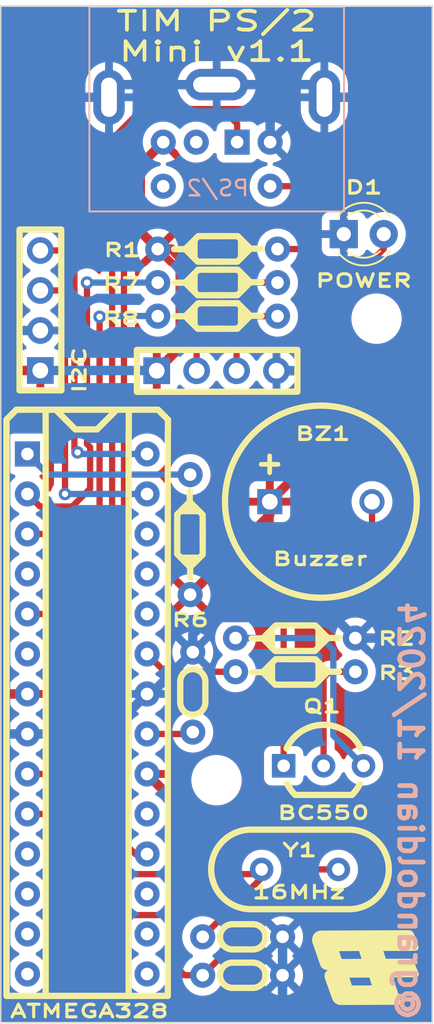
<source format=kicad_pcb>
(kicad_pcb (version 20240108) (generator "pcbnew") (generator_version "8.0")
  (layers (0 "F.Cu" signal) (31 "B.Cu" signal) (34 "B.Paste" user) (35 "F.Paste" user) (36 "B.SilkS" user "B.Silkscreen") (37 "F.SilkS" user "F.Silkscreen") (38 "B.Mask" user) (39 "F.Mask" user) (44 "Edge.Cuts" user))
  (net 0 "")
  (net 1 "+5V")
  (net 2 "GND")
  (net 3 "PS2-DATA")
  (net 4 "/AD11")
  (net 5 "/AD13")
  (net 6 "Net-(D1-A)")
  (net 7 "Net-(U4-AREF)")
  (net 9 "PS2-CLK")
  (net 11 "Net-(BZ1--)")
  (net 12 "N_SCL")
  (net 13 "Net-(U4-PB6)")
  (net 14 "Net-(U4-PB7)")
  (net 15 "ADRESET")
  (net 16 "/AD0")
  (net 17 "/AD1")
  (net 18 "/AD5")
  (net 19 "/AD7")
  (net 20 "/AD10")
  (net 21 "/AD2")
  (net 22 "/AA3")
  (net 23 "N_SDA")
  (net 24 "/AD8")
  (net 25 "/AA1")
  (net 26 "/AD6")
  (net 27 "Net-(Q1-E)")
  (net 28 "Net-(Q1-B)")
  (net 29 "/AA2")
  (net 30 "/AD9")
  (net 31 "/AD4")
  (net 32 "SOUND")
  (net 33 "N_TX")
  (net 34 "N_RX")
  (footprint "TIMPS2Key:Buzzer" (layer "F.Cu") (at 129.04 70.68)
    (property "Reference" "BZ1" (at 3.37 -4.31 0) (layer "F.SilkS") (effects (font (size 0.8 1.2) (thickness 0.2) (bold yes))))
    (property "Value" "Buzzer" (at 3.19 3.64 0) (layer "F.SilkS") (effects (font (size 0.8 1.2) (thickness 0.2) (bold yes))))
    (fp_text user "+" (at -0.01 -2.47 0) (layer "F.SilkS") (effects (font (size 1.4 1.4) (thickness 0.3) (bold yes))))
    (pad "1" thru_hole rect (at 0 0) (size 1.6 1.6) (drill 1) (layers "*.Cu" "*.Mask") (net 1 "+5V"))
    (pad "2" thru_hole circle (at 6.5 0) (size 1.6 1.6) (drill 1) (layers "*.Cu" "*.Mask") (net 11 "Net-(BZ1--)"))
  )
  (footprint "TIMPS2Key:Ceramic Cap 5.08mm" (layer "F.Cu") (at 124.14 85.31 90)
    (property "Reference" "C2" (hide yes))
    (property "Value" "100nF" (hide yes))
    (pad "1" thru_hole circle (at 0 0 90) (size 1.6 1.6) (drill 0.8) (layers "*.Cu" "*.Mask") (net 7 "Net-(U4-AREF)"))
    (pad "2" thru_hole circle (at 5.08 0 90) (size 1.6 1.6) (drill 0.8) (layers "*.Cu" "*.Mask") (net 2 "GND"))
  )
  (footprint "TIMPS2Key:PinHeader_1x04_2.54mm" (layer "F.Cu") (at 121.845 62.365 90)
    (property "Reference" "J5" (hide yes))
    (property "Value" "KBD" (hide yes))
    (pad "1" thru_hole rect (at 0 0 90) (size 1.7 1.7) (drill 1) (layers "*.Cu" "*.Mask") (net 1 "+5V"))
    (pad "2" thru_hole oval (at 0 2.54 90) (size 1.7 1.7) (drill 1) (layers "*.Cu" "*.Mask") (net 34 "N_RX"))
    (pad "3" thru_hole oval (at 0 5.08 90) (size 1.7 1.7) (drill 1) (layers "*.Cu" "*.Mask") (net 33 "N_TX"))
    (pad "4" thru_hole oval (at 0 7.62 90) (size 1.7 1.7) (drill 1) (layers "*.Cu" "*.Mask") (net 2 "GND"))
  )
  (footprint "TIMPS2Key:TO-92_Inline_Wide" (layer "F.Cu") (at 129.92 87.45)
    (property "Reference" "Q1" (at 2.43 -3.77 0) (layer "F.SilkS") (effects (font (size 0.8 1.2) (thickness 0.2) (bold yes))))
    (property "Value" "BC550" (at 2.53 2.99 0) (layer "F.SilkS") (effects (font (size 0.8 1.2) (thickness 0.2) (bold yes))))
    (pad "1" thru_hole rect (at 0 0) (size 1.5 1.5) (drill 0.8) (layers "*.Cu" "*.Mask") (net 11 "Net-(BZ1--)"))
    (pad "2" thru_hole circle (at 2.54 0) (size 1.5 1.5) (drill 0.8) (layers "*.Cu" "*.Mask") (net 28 "Net-(Q1-B)"))
    (pad "3" thru_hole circle (at 5.08 0) (size 1.5 1.5) (drill 0.8) (layers "*.Cu" "*.Mask") (net 27 "Net-(Q1-E)"))
  )
  (footprint "TIMPS2Key:Crystal_HC49-U_Vertical" (layer "F.Cu") (at 128.52 94.03)
    (property "Reference" "Y1" (at 2.42 -1.22 0) (layer "F.SilkS") (effects (font (size 0.8 1.2) (thickness 0.2) (bold yes))))
    (property "Value" "16MHz" (at 2.36 1.45 0) (layer "F.SilkS") (effects (font (size 0.8 1.2) (thickness 0.2) (bold yes))))
    (pad "1" thru_hole circle (at 0 0) (size 1.5 1.5) (drill 0.8) (layers "*.Cu" "*.Mask") (net 13 "Net-(U4-PB6)"))
    (pad "2" thru_hole circle (at 4.88 0) (size 1.5 1.5) (drill 0.8) (layers "*.Cu" "*.Mask") (net 14 "Net-(U4-PB7)"))
  )
  (footprint "LED_THT:LED_D3.0mm" (layer "F.Cu") (at 133.745 53.69)
    (property "Reference" "D1" (at 1.27 -2.96 0) (layer "F.SilkS") (effects (font (size 0.8 1.2) (thickness 0.2) (bold yes))))
    (property "Value" "POWER" (at 1.27 2.96 0) (layer "F.SilkS") (effects (font (size 0.8 1.2) (thickness 0.2) (bold yes))))
    (pad "1" thru_hole rect (at 0 0) (size 1.8 1.8) (drill 0.9) (layers "*.Cu" "*.Mask") (net 2 "GND"))
    (pad "2" thru_hole circle (at 2.54 0) (size 1.8 1.8) (drill 0.9) (layers "*.Cu" "*.Mask") (net 6 "Net-(D1-A)"))
  )
  (footprint "TIMPS2Key:MountingHole_M2.5" (layer "F.Cu") (at 125.65 88.365)
    (property "Reference" "H9" (hide yes))
    (property "Value" "MountingHole" (hide yes))
    (pad "" np_thru_hole circle (at 0 0) (size 2.7 2.7) (drill 2.7) (layers "*.Cu" "*.Mask"))
  )
  (footprint "TIMPS2Key:Resistor 7.62mm" (layer "F.Cu") (at 121.91 54.64)
    (property "Reference" "R1" (at -2.26 0.07 180) (layer "F.SilkS") (effects (font (size 0.8 1.2) (thickness 0.2) (bold yes))))
    (property "Value" "1K" (hide yes))
    (pad "1" thru_hole circle (at 0 0) (size 1.6 1.6) (drill 0.8) (layers "*.Cu" "*.Mask") (net 1 "+5V"))
    (pad "2" thru_hole oval (at 7.62 0) (size 1.6 1.6) (drill 0.8) (layers "*.Cu" "*.Mask") (net 6 "Net-(D1-A)"))
  )
  (footprint "TIMPS2Key:Ceramic Cap 5.08mm" (layer "F.Cu") (at 124.77 98.31)
    (property "Reference" "C9" (hide yes))
    (property "Value" "20pF" (hide yes))
    (pad "1" thru_hole circle (at 0 0) (size 1.6 1.6) (drill 0.8) (layers "*.Cu" "*.Mask") (net 13 "Net-(U4-PB6)"))
    (pad "2" thru_hole circle (at 5.08 0) (size 1.6 1.6) (drill 0.8) (layers "*.Cu" "*.Mask") (net 2 "GND"))
  )
  (footprint "TIMPS2Key:Resistor 7.62mm" (layer "F.Cu") (at 134.48 79.34 180)
    (property "Reference" "R2" (at -2.62 -0.04 0) (layer "F.SilkS") (effects (font (size 0.8 1.2) (thickness 0.2) (bold yes))))
    (property "Value" "10R" (hide yes))
    (pad "1" thru_hole circle (at 0 0 180) (size 1.6 1.6) (drill 0.8) (layers "*.Cu" "*.Mask") (net 2 "GND"))
    (pad "2" thru_hole oval (at 7.62 0 180) (size 1.6 1.6) (drill 0.8) (layers "*.Cu" "*.Mask") (net 27 "Net-(Q1-E)"))
  )
  (footprint "TIMPS2Key:DIP-28_W7.62mm_Socket" (layer "F.Cu") (at 113.61 67.67)
    (property "Reference" "U4" (hide yes))
    (property "Value" "ATMEGA328" (at 3.95 35.36 0) (layer "F.SilkS") (effects (font (size 0.8 1.2) (thickness 0.2) (bold yes))))
    (pad "1" thru_hole rect (at 0.01 -0.02) (size 1.6 1.6) (drill 0.8) (layers "*.Cu" "*.Mask") (net 15 "ADRESET"))
    (pad "2" thru_hole oval (at 0.01 2.52) (size 1.6 1.6) (drill 0.8) (layers "*.Cu" "*.Mask") (net 16 "/AD0"))
    (pad "3" thru_hole oval (at 0.01 5.06) (size 1.6 1.6) (drill 0.8) (layers "*.Cu" "*.Mask") (net 17 "/AD1"))
    (pad "4" thru_hole oval (at 0.01 7.6) (size 1.6 1.6) (drill 0.8) (layers "*.Cu" "*.Mask") (net 21 "/AD2"))
    (pad "5" thru_hole oval (at 0.01 10.14) (size 1.6 1.6) (drill 0.8) (layers "*.Cu" "*.Mask") (net 9 "PS2-CLK"))
    (pad "6" thru_hole oval (at 0.01 12.68) (size 1.6 1.6) (drill 0.8) (layers "*.Cu" "*.Mask") (net 31 "/AD4"))
    (pad "7" thru_hole oval (at 0.01 15.22) (size 1.6 1.6) (drill 0.8) (layers "*.Cu" "*.Mask") (net 1 "+5V"))
    (pad "8" thru_hole oval (at 0.01 17.76) (size 1.6 1.6) (drill 0.8) (layers "*.Cu" "*.Mask") (net 2 "GND"))
    (pad "9" thru_hole oval (at 0.01 20.3) (size 1.6 1.6) (drill 0.8) (layers "*.Cu" "*.Mask") (net 13 "Net-(U4-PB6)"))
    (pad "10" thru_hole oval (at 0.01 22.84) (size 1.6 1.6) (drill 0.8) (layers "*.Cu" "*.Mask") (net 14 "Net-(U4-PB7)"))
    (pad "11" thru_hole oval (at 0.01 25.38) (size 1.6 1.6) (drill 0.8) (layers "*.Cu" "*.Mask") (net 18 "/AD5"))
    (pad "12" thru_hole oval (at 0.01 27.92) (size 1.6 1.6) (drill 0.8) (layers "*.Cu" "*.Mask") (net 26 "/AD6"))
    (pad "13" thru_hole oval (at 0.01 30.46) (size 1.6 1.6) (drill 0.8) (layers "*.Cu" "*.Mask") (net 19 "/AD7"))
    (pad "14" thru_hole oval (at 0.01 33) (size 1.6 1.6) (drill 0.8) (layers "*.Cu" "*.Mask") (net 24 "/AD8"))
    (pad "15" thru_hole oval (at 7.62 33) (size 1.6 1.6) (drill 0.8) (layers "*.Cu" "*.Mask") (net 30 "/AD9"))
    (pad "16" thru_hole oval (at 7.62 30.46) (size 1.6 1.6) (drill 0.8) (layers "*.Cu" "*.Mask") (net 20 "/AD10"))
    (pad "17" thru_hole oval (at 7.62 27.92) (size 1.6 1.6) (drill 0.8) (layers "*.Cu" "*.Mask") (net 4 "/AD11"))
    (pad "18" thru_hole oval (at 7.62 25.38) (size 1.6 1.6) (drill 0.8) (layers "*.Cu" "*.Mask") (net 3 "PS2-DATA"))
    (pad "19" thru_hole oval (at 7.62 22.84) (size 1.6 1.6) (drill 0.8) (layers "*.Cu" "*.Mask") (net 5 "/AD13"))
    (pad "20" thru_hole oval (at 7.62 20.3) (size 1.6 1.6) (drill 0.8) (layers "*.Cu" "*.Mask") (net 1 "+5V"))
    (pad "21" thru_hole oval (at 7.62 17.76) (size 1.6 1.6) (drill 0.8) (layers "*.Cu" "*.Mask") (net 7 "Net-(U4-AREF)"))
    (pad "22" thru_hole oval (at 7.62 15.22) (size 1.6 1.6) (drill 0.8) (layers "*.Cu" "*.Mask") (net 2 "GND"))
    (pad "23" thru_hole oval (at 7.62 12.68) (size 1.6 1.6) (drill 0.8) (layers "*.Cu" "*.Mask") (net 32 "SOUND"))
    (pad "24" thru_hole oval (at 7.62 10.14) (size 1.6 1.6) (drill 0.8) (layers "*.Cu" "*.Mask") (net 25 "/AA1"))
    (pad "25" thru_hole oval (at 7.62 7.6) (size 1.6 1.6) (drill 0.8) (layers "*.Cu" "*.Mask") (net 29 "/AA2"))
    (pad "26" thru_hole oval (at 7.62 5.06) (size 1.6 1.6) (drill 0.8) (layers "*.Cu" "*.Mask") (net 22 "/AA3"))
    (pad "27" thru_hole oval (at 7.62 2.52) (size 1.6 1.6) (drill 0.8) (layers "*.Cu" "*.Mask") (net 23 "N_SDA"))
    (pad "28" thru_hole oval (at 7.62 -0.02) (size 1.6 1.6) (drill 0.8) (layers "*.Cu" "*.Mask") (net 12 "N_SCL"))
  )
  (footprint "TIMPS2Key:Resistor 7.62mm" (layer "F.Cu") (at 121.91 58.9)
    (property "Reference" "R8" (at -2.35 0.17 180) (layer "F.SilkS") (effects (font (size 0.8 1.2) (thickness 0.2) (bold yes))))
    (property "Value" "1K" (hide yes))
    (pad "1" thru_hole circle (at 0 0) (size 1.6 1.6) (drill 0.8) (layers "*.Cu" "*.Mask") (net 17 "/AD1"))
    (pad "2" thru_hole oval (at 7.62 0) (size 1.6 1.6) (drill 0.8) (layers "*.Cu" "*.Mask") (net 33 "N_TX"))
  )
  (footprint "TIMPS2Key:MountingHole_M2.5" (layer "F.Cu") (at 135.83 59.06)
    (property "Reference" "H3" (hide yes))
    (property "Value" "MountingHole" (hide yes))
    (pad "" np_thru_hole circle (at 0 0) (size 2.7 2.7) (drill 2.7) (layers "*.Cu" "*.Mask"))
  )
  (footprint "TIMPS2Key:PinHeader_1x04_2.54mm" (layer "F.Cu") (at 114.44 62.35 180)
    (property "Reference" "J4" (hide yes))
    (property "Value" "I2C" (at -2.49 0.02 90) (layer "F.SilkS") (effects (font (size 0.8 1.2) (thickness 0.2) (bold yes))))
    (pad "1" thru_hole rect (at 0 0 180) (size 1.7 1.7) (drill 1) (layers "*.Cu" "*.Mask") (net 1 "+5V"))
    (pad "2" thru_hole oval (at 0 2.54 180) (size 1.7 1.7) (drill 1) (layers "*.Cu" "*.Mask") (net 2 "GND"))
    (pad "3" thru_hole oval (at 0 5.08 180) (size 1.7 1.7) (drill 1) (layers "*.Cu" "*.Mask") (net 23 "N_SDA"))
    (pad "4" thru_hole oval (at 0 7.62 180) (size 1.7 1.7) (drill 1) (layers "*.Cu" "*.Mask") (net 12 "N_SCL"))
  )
  (footprint "TIMPS2Key:Ceramic Cap 5.08mm" (layer "F.Cu") (at 124.77 100.75)
    (property "Reference" "C10" (hide yes))
    (property "Value" "20pF" (hide yes))
    (pad "1" thru_hole circle (at 0 0) (size 1.6 1.6) (drill 0.8) (layers "*.Cu" "*.Mask") (net 14 "Net-(U4-PB7)"))
    (pad "2" thru_hole circle (at 5.08 0) (size 1.6 1.6) (drill 0.8) (layers "*.Cu" "*.Mask") (net 2 "GND"))
  )
  (footprint "TIMPS2Key:Resistor 7.62mm" (layer "F.Cu") (at 121.91 56.77)
    (property "Reference" "R7" (at -2.32 0.13 180) (layer "F.SilkS") (effects (font (size 0.8 1.2) (thickness 0.2) (bold yes))))
    (property "Value" "1K" (hide yes))
    (pad "1" thru_hole circle (at 0 0) (size 1.6 1.6) (drill 0.8) (layers "*.Cu" "*.Mask") (net 16 "/AD0"))
    (pad "2" thru_hole oval (at 7.62 0) (size 1.6 1.6) (drill 0.8) (layers "*.Cu" "*.Mask") (net 34 "N_RX"))
  )
  (footprint "TIMPS2Key:Resistor 7.62mm" (layer "F.Cu") (at 123.97 76.58 90)
    (property "Reference" "R6" (at -1.62 0.01 180) (layer "F.SilkS") (effects (font (size 0.8 1.2) (thickness 0.2) (bold yes))))
    (property "Value" "10K" (hide yes))
    (pad "1" thru_hole circle (at 0 0 90) (size 1.6 1.6) (drill 0.8) (layers "*.Cu" "*.Mask") (net 1 "+5V"))
    (pad "2" thru_hole oval (at 7.62 0 90) (size 1.6 1.6) (drill 0.8) (layers "*.Cu" "*.Mask") (net 15 "ADRESET"))
  )
  (footprint "TIMPS2Key:Resistor 7.62mm" (layer "F.Cu") (at 134.48 81.48 180)
    (property "Reference" "R3" (at -2.64 -0.08 0) (layer "F.SilkS") (effects (font (size 0.8 1.2) (thickness 0.2) (bold yes))))
    (property "Value" "150R" (hide yes))
    (pad "1" thru_hole circle (at 0 0 180) (size 1.6 1.6) (drill 0.8) (layers "*.Cu" "*.Mask") (net 28 "Net-(Q1-B)"))
    (pad "2" thru_hole oval (at 7.62 0 180) (size 1.6 1.6) (drill 0.8) (layers "*.Cu" "*.Mask") (net 32 "SOUND"))
  )
  (footprint "TIMPS2Key:BF8" (layer "F.Cu") (at 135.19 100.33)
    (property "Reference" "G1" (hide yes))
    (property "Value" "Board Folk Logo" (hide yes))
  )
  (footprint "Arduino:Connector_Mini-DIN_Female_6Pin_2rows" (layer "B.Cu") (at 126.96 47.85)
    (property "Reference" "J2" (hide yes))
    (property "Value" "PS/2" (at -1.235 2.925 0) (layer "B.SilkS") (effects (justify mirror)))
    (pad "1" thru_hole rect (at 0 0) (size 1.6 1.6) (drill 0.8) (layers "*.Cu" "*.Mask") (net 3 "PS2-DATA"))
    (pad "2" thru_hole circle (at -2.6 0) (size 1.6 1.6) (drill 0.8) (layers "*.Cu" "*.Mask"))
    (pad "3" thru_hole circle (at 2.1 0) (size 1.6 1.6) (drill 0.8) (layers "*.Cu" "*.Mask") (net 2 "GND"))
    (pad "4" thru_hole circle (at -4.7 0) (size 1.6 1.6) (drill 0.8) (layers "*.Cu" "*.Mask") (net 1 "+5V"))
    (pad "5" thru_hole circle (at 2.1 2.8) (size 1.6 1.6) (drill 0.8) (layers "*.Cu" "*.Mask") (net 9 "PS2-CLK"))
    (pad "6" thru_hole circle (at -4.7 2.8) (size 1.6 1.6) (drill 0.8) (layers "*.Cu" "*.Mask"))
    (pad "7" thru_hole oval (at -8.15 -2.85) (size 2 3.5) (drill oval 1 2.5) (layers "*.Cu" "*.Mask") (net 2 "GND"))
    (pad "7" thru_hole oval (at -1.3 -3.65) (size 4 2) (drill oval 3 1) (layers "*.Cu" "*.Mask") (net 2 "GND"))
    (pad "7" thru_hole oval (at 5.55 -2.85) (size 2 3.5) (drill oval 1 2.5) (layers "*.Cu" "*.Mask") (net 2 "GND"))
  )
  (gr_rect (start 111.925 39.21) (end 139.375 103.76) (stroke (width 0.1)) (fill none) (layer "Edge.Cuts"))
  (gr_text "@grandoldian 11/2024" (at 137.1 103.76 -90) (layer "B.SilkS") (effects (font (size 1.5 1.5) (thickness 0.3) (bold yes)) (justify left bottom mirror)))
  (gr_text "TIM PS/2\nMini v1.1" (at 125.65 42.8 0) (layer "F.SilkS") (effects (font (size 1.2 1.8) (thickness 0.24)) (justify bottom)))
  (segment (start 139.04 90.265) (end 139.075 90.3) (width 0.6) (layer "F.Cu") (net 1))
  (segment (start 112.225 103.46) (end 139.075 103.46) (width 0.6) (layer "F.Cu") (net 1))
  (segment (start 129.04 70.68) (end 130.72 69) (width 0.6) (layer "F.Cu") (net 1))
  (segment (start 112.225 83.03) (end 112.225 103.46) (width 0.6) (layer "F.Cu") (net 1))
  (segment (start 120.8 53.53) (end 120.8 49.31) (width 0.6) (layer "F.Cu") (net 1))
  (segment (start 112.225 62.35) (end 112.225 83.03) (width 0.6) (layer "F.Cu") (net 1))
  (segment (start 139.075 69) (end 139.075 44.495) (width 0.6) (layer "F.Cu") (net 1))
  (segment (start 121.845 62.365) (end 123.34 60.87) (width 0.6) (layer "F.Cu") (net 1))
  (segment (start 114.455 62.365) (end 114.44 62.35) (width 0.6) (layer "F.Cu") (net 1))
  (segment (start 139.075 90.3) (end 139.075 69) (width 0.6) (layer "F.Cu") (net 1))
  (segment (start 121.91 54.64) (end 120.8 53.53) (width 0.6) (layer "F.Cu") (net 1))
  (segment (start 121.91 54.64) (end 122.78 54.64) (width 0.6) (layer "F.Cu") (net 1))
  (segment (start 123.97 76.58) (end 129.04 71.51) (width 0.6) (layer "F.Cu") (net 1))
  (segment (start 139.075 39.51) (end 139.075 43.67) (width 0.6) (layer "F.Cu") (net 1))
  (segment (start 130.72 69) (end 139.075 69) (width 0.6) (layer "F.Cu") (net 1))
  (segment (start 123.525 90.265) (end 139.04 90.265) (width 0.6) (layer "F.Cu") (net 1))
  (segment (start 113.62 82.89) (end 112.365 82.89) (width 0.6) (layer "F.Cu") (net 1))
  (segment (start 123.34 60.87) (end 123.34 55.2) (width 0.6) (layer "F.Cu") (net 1))
  (segment (start 122.78 54.64) (end 123.34 55.2) (width 0.6) (layer "F.Cu") (net 1))
  (segment (start 139.075 43.67) (end 139.075 46.01) (width 0.6) (layer "F.Cu") (net 1))
  (segment (start 121.23 87.97) (end 123.525 90.265) (width 0.6) (layer "F.Cu") (net 1))
  (segment (start 139.075 103.46) (end 139.075 90.3) (width 0.6) (layer "F.Cu") (net 1))
  (segment (start 112.225 62.35) (end 112.225 39.51) (width 0.6) (layer "F.Cu") (net 1))
  (segment (start 129.04 71.51) (end 129.04 70.68) (width 0.6) (layer "F.Cu") (net 1))
  (segment (start 114.44 62.35) (end 112.225 62.35) (width 0.6) (layer "F.Cu") (net 1))
  (segment (start 120.8 49.31) (end 122.26 47.85) (width 0.6) (layer "F.Cu") (net 1))
  (segment (start 139.065 43.66) (end 139.075 43.67) (width 0.6) (layer "F.Cu") (net 1))
  (segment (start 112.225 39.51) (end 139.075 39.51) (width 0.6) (layer "F.Cu") (net 1))
  (segment (start 112.365 82.89) (end 112.225 83.03) (width 0.6) (layer "F.Cu") (net 1))
  (segment (start 114.44 62.35) (end 121.83 62.35) (width 0.6) (layer "B.Cu") (net 1))
  (segment (start 121.83 62.35) (end 121.845 62.365) (width 0.6) (layer "B.Cu") (net 1))
  (segment (start 114.44 59.81) (end 112.255 59.81) (width 0.6) (layer "B.Cu") (net 2))
  (segment (start 129.06 47.85) (end 129.06 44.21) (width 0.6) (layer "B.Cu") (net 2))
  (segment (start 119.61 44.2) (end 118.81 45) (width 0.6) (layer "B.Cu") (net 2))
  (segment (start 129.06 44.21) (end 129.05 44.2) (width 0.6) (layer "B.Cu") (net 2))
  (segment (start 125.66 44.2) (end 129.05 44.2) (width 0.6) (layer "B.Cu") (net 2))
  (segment (start 129.85 98.31) (end 129.85 100.75) (width 0.6) (layer "B.Cu") (net 2))
  (segment (start 139.075 51.72) (end 139.075 47.185) (width 0.6) (layer "B.Cu") (net 2))
  (segment (start 129.74 103.46) (end 139.075 103.46) (width 0.6) (layer "B.Cu") (net 2))
  (segment (start 131.71 44.2) (end 132.51 45) (width 0.6) (layer "B.Cu") (net 2))
  (segment (start 129.85 103.35) (end 129.74 103.46) (width 0.6) (layer "B.Cu") (net 2))
  (segment (start 124.14 80.23) (end 124.14 79.09863) (width 0.6) (layer "B.Cu") (net 2))
  (segment (start 134.08 51.69) (end 133.745 52.025) (width 0.4) (layer "B.Cu") (net 2))
  (segment (start 136.89 45) (end 132.51 45) (width 0.6) (layer "B.Cu") (net 2))
  (segment (start 139.075 79.11) (end 139.075 62.28) (width 0.6) (layer "B.Cu") (net 2))
  (segment (start 134.48 79.34) (end 138.845 79.34) (width 0.6) (layer "B.Cu") (net 2))
  (segment (start 112.225 59.78) (end 112.225 47.36) (width 0.6) (layer "B.Cu") (net 2))
  (segment (start 138.845 79.34) (end 139.075 79.11) (width 0.6) (layer "B.Cu") (net 2))
  (segment (start 129.85 100.75) (end 129.85 103.35) (width 0.6) (layer "B.Cu") (net 2))
  (segment (start 129.465 62.365) (end 138.99 62.365) (width 0.6) (layer "B.Cu") (net 2))
  (segment (start 134.08 51.69) (end 139.045 51.69) (width 0.4) (layer "B.Cu") (net 2))
  (segment (start 139.075 103.46) (end 139.075 79.11) (width 0.6) (layer "B.Cu") (net 2))
  (segment (start 125.66 44.2) (end 119.61 44.2) (width 0.6) (layer "B.Cu") (net 2))
  (segment (start 112.225 47.36) (end 114.585 45) (width 0.6) (layer "B.Cu") (net 2))
  (segment (start 113.62 85.43) (end 112.295 85.43) (width 0.6) (layer "B.Cu") (net 2))
  (segment (start 121.48 82.89) (end 124.14 80.23) (width 0.6) (layer "B.Cu") (net 2))
  (segment (start 124.14 79.09863) (end 125.19863 78.04) (width 0.6) (layer "B.Cu") (net 2))
  (segment (start 133.745 52.025) (end 133.745 53.69) (width 0.4) (layer "B.Cu") (net 2))
  (segment (start 133.18 78.04) (end 134.48 79.34) (width 0.6) (layer "B.Cu") (net 2))
  (segment (start 112.225 85.5) (end 112.225 103.46) (width 0.6) (layer "B.Cu") (net 2))
  (segment (start 125.19863 78.04) (end 133.18 78.04) (width 0.6) (layer "B.Cu") (net 2))
  (segment (start 139.075 47.185) (end 136.89 45) (width 0.6) (layer "B.Cu") (net 2))
  (segment (start 114.585 45) (end 118.81 45) (width 0.6) (layer "B.Cu") (net 2))
  (segment (start 139.045 51.69) (end 139.075 51.72) (width 0.4) (layer "B.Cu") (net 2))
  (segment (start 118.69 85.43) (end 121.23 82.89) (width 0.6) (layer "B.Cu") (net 2))
  (segment (start 121.23 82.89) (end 121.48 82.89) (width 0.6) (layer "B.Cu") (net 2))
  (segment (start 112.225 103.46) (end 129.74 103.46) (width 0.6) (layer "B.Cu") (net 2))
  (segment (start 129.05 44.2) (end 131.71 44.2) (width 0.6) (layer "B.Cu") (net 2))
  (segment (start 112.225 59.78) (end 112.225 90.57) (width 0.6) (layer "B.Cu") (net 2))
  (segment (start 112.255 59.81) (end 112.225 59.78) (width 0.6) (layer "B.Cu") (net 2))
  (segment (start 138.99 62.365) (end 139.075 62.28) (width 0.6) (layer "B.Cu") (net 2))
  (segment (start 112.295 85.43) (end 112.225 85.5) (width 0.6) (layer "B.Cu") (net 2))
  (segment (start 113.62 85.43) (end 118.69 85.43) (width 0.6) (layer "B.Cu") (net 2))
  (segment (start 139.075 62.28) (end 139.075 51.72) (width 0.6) (layer "B.Cu") (net 2))
  (segment (start 121.35 46.35) (end 126.625 46.35) (width 0.4) (layer "F.Cu") (net 3))
  (segment (start 120.48 93.05) (end 119.76 92.33) (width 0.4) (layer "F.Cu") (net 3))
  (segment (start 121.23 93.05) (end 120.48 93.05) (width 0.4) (layer "F.Cu") (net 3))
  (segment (start 119.76 47.94) (end 121.35 46.35) (width 0.4) (layer "F.Cu") (net 3))
  (segment (start 126.625 46.35) (end 126.96 46.685) (width 0.4) (layer "F.Cu") (net 3))
  (segment (start 119.76 92.33) (end 119.76 47.94) (width 0.4) (layer "F.Cu") (net 3))
  (segment (start 126.96 46.685) (end 126.96 47.85) (width 0.4) (layer "F.Cu") (net 3))
  (segment (start 131.19 54.64) (end 132.02 55.47) (width 0.4) (layer "F.Cu") (net 6))
  (segment (start 136.285 53.69) (end 136.285 54.635) (width 0.4) (layer "F.Cu") (net 6))
  (segment (start 132.02 55.47) (end 135.45 55.47) (width 0.4) (layer "F.Cu") (net 6))
  (segment (start 136.285 54.635) (end 135.45 55.47) (width 0.4) (layer "F.Cu") (net 6))
  (segment (start 129.53 54.64) (end 131.19 54.64) (width 0.4) (layer "F.Cu") (net 6))
  (segment (start 124.02 85.43) (end 124.14 85.31) (width 0.4) (layer "F.Cu") (net 7))
  (segment (start 121.23 85.43) (end 124.02 85.43) (width 0.4) (layer "F.Cu") (net 7))
  (segment (start 118.27 77.81) (end 119.01 77.07) (width 0.4) (layer "F.Cu") (net 9))
  (segment (start 119.01 47.665) (end 120.925 45.75) (width 0.4) (layer "F.Cu") (net 9))
  (segment (start 131.125 50.1) (end 130.575 50.65) (width 0.4) (layer "F.Cu") (net 9))
  (segment (start 113.62 77.81) (end 118.27 77.81) (width 0.4) (layer "F.Cu") (net 9))
  (segment (start 120.925 45.75) (end 129.475 45.75) (width 0.4) (layer "F.Cu") (net 9))
  (segment (start 130.575 50.65) (end 129.06 50.65) (width 0.4) (layer "F.Cu") (net 9))
  (segment (start 131.125 47.4) (end 131.125 50.1) (width 0.4) (layer "F.Cu") (net 9))
  (segment (start 119.01 77.07) (end 119.01 47.665) (width 0.4) (layer "F.Cu") (net 9))
  (segment (start 129.475 45.75) (end 131.125 47.4) (width 0.4) (layer "F.Cu") (net 9))
  (segment (start 135.54 72.22) (end 135.54 70.68) (width 0.4) (layer "F.Cu") (net 11))
  (segment (start 135.15 72.61) (end 135.54 72.22) (width 0.4) (layer "F.Cu") (net 11))
  (segment (start 129.92 75.26) (end 132.54 72.64) (width 0.4) (layer "F.Cu") (net 11))
  (segment (start 132.54 72.64) (end 135.15 72.64) (width 0.4) (layer "F.Cu") (net 11))
  (segment (start 129.92 87.45) (end 129.92 75.26) (width 0.4) (layer "F.Cu") (net 11))
  (segment (start 135.15 72.64) (end 135.15 72.61) (width 0.4) (layer "F.Cu") (net 11))
  (segment (start 115.95 54.73) (end 116.43 55.21) (width 0.4) (layer "F.Cu") (net 12))
  (segment (start 116.61 55.39) (end 116.61 58.43) (width 0.4) (layer "F.Cu") (net 12))
  (segment (start 116.61 67.35) (end 116.81 67.55) (width 0.4) (layer "F.Cu") (net 12))
  (segment (start 114.44 54.73) (end 115.95 54.73) (width 0.4) (layer "F.Cu") (net 12))
  (segment (start 116.61 58.43) (end 116.61 67.35) (width 0.4) (layer "F.Cu") (net 12))
  (segment (start 116.43 55.21) (end 116.61 55.39) (width 0.4) (layer "F.Cu") (net 12))
  (via (at 116.81 67.55) (size 0.8) (drill 0.4) (layers "F.Cu" "B.Cu") (net 12))
  (segment (start 116.91 67.65) (end 121.23 67.65) (width 0.4) (layer "B.Cu") (net 12))
  (segment (start 116.81 67.55) (end 116.91 67.65) (width 0.4) (layer "B.Cu") (net 12))
  (segment (start 124.77 98.31) (end 128.52 94.56) (width 0.4) (layer "F.Cu") (net 13))
  (segment (start 117.1 87.97) (end 113.62 87.97) (width 0.4) (layer "F.Cu") (net 13))
  (segment (start 119.32 94.33) (end 118.21 93.22) (width 0.4) (layer "F.Cu") (net 13))
  (segment (start 118.21 89.08) (end 117.1 87.97) (width 0.4) (layer "F.Cu") (net 13))
  (segment (start 128.22 94.33) (end 119.32 94.33) (width 0.4) (layer "F.Cu") (net 13))
  (segment (start 128.52 94.56) (end 128.52 94.03) (width 0.4) (layer "F.Cu") (net 13))
  (segment (start 128.52 94.03) (end 128.22 94.33) (width 0.4) (layer "F.Cu") (net 13))
  (segment (start 118.21 93.22) (end 118.21 89.08) (width 0.4) (layer "F.Cu") (net 13))
  (segment (start 116.81 91.12) (end 116.2 90.51) (width 0.4) (layer "F.Cu") (net 14))
  (segment (start 116.81 95.51) (end 116.81 91.12) (width 0.4) (layer "F.Cu") (net 14))
  (segment (start 124.77 100.75) (end 131.49 94.03) (width 0.4) (layer "F.Cu") (net 14))
  (segment (start 116.2 90.51) (end 113.62 90.51) (width 0.4) (layer "F.Cu") (net 14))
  (segment (start 122.48 96.93) (end 118.23 96.93) (width 0.4) (layer "F.Cu") (net 14))
  (segment (start 131.49 94.03) (end 133.4 94.03) (width 0.4) (layer "F.Cu") (net 14))
  (segment (start 118.23 96.93) (end 116.81 95.51) (width 0.4) (layer "F.Cu") (net 14))
  (segment (start 124.77 100.75) (end 123.61 100.75) (width 0.4) (layer "F.Cu") (net 14))
  (segment (start 123.61 100.75) (end 123.13 100.27) (width 0.4) (layer "F.Cu") (net 14))
  (segment (start 123.13 97.58) (end 122.48 96.93) (width 0.4) (layer "F.Cu") (net 14))
  (segment (start 123.13 100.27) (end 123.13 97.58) (width 0.4) (layer "F.Cu") (net 14))
  (segment (start 113.62 67.65) (end 114.93 68.96) (width 0.4) (layer "B.Cu") (net 15))
  (segment (start 114.93 68.96) (end 123.97 68.96) (width 0.4) (layer "B.Cu") (net 15))
  (segment (start 117.61 69.85) (end 116.47 70.99) (width 0.4) (layer "F.Cu") (net 16))
  (segment (start 116.47 70.99) (end 114.42 70.99) (width 0.4) (layer "F.Cu") (net 16))
  (segment (start 117.61 67.218629) (end 117.61 69.85) (width 0.4) (layer "F.Cu") (net 16))
  (segment (start 114.42 70.99) (end 113.62 70.19) (width 0.4) (layer "F.Cu") (net 16))
  (segment (start 117.41 67.018629) (end 117.61 67.218629) (width 0.4) (layer "F.Cu") (net 16))
  (segment (start 117.41 56.77) (end 117.41 67.018629) (width 0.4) (layer "F.Cu") (net 16))
  (via (at 117.41 56.77) (size 0.8) (drill 0.4) (layers "F.Cu" "B.Cu") (net 16))
  (segment (start 117.41 56.77) (end 121.91 56.77) (width 0.4) (layer "B.Cu") (net 16))
  (segment (start 118.21 58.94) (end 118.21 71.62) (width 0.4) (layer "F.Cu") (net 17))
  (segment (start 117.1 72.73) (end 113.62 72.73) (width 0.4) (layer "F.Cu") (net 17))
  (segment (start 118.21 71.62) (end 117.1 72.73) (width 0.4) (layer "F.Cu") (net 17))
  (via (at 118.21 58.94) (size 0.8) (drill 0.4) (layers "F.Cu" "B.Cu") (net 17))
  (segment (start 121.9 58.89) (end 121.91 58.9) (width 0.4) (layer "B.Cu") (net 17))
  (segment (start 118.21 58.94) (end 118.26 58.89) (width 0.4) (layer "B.Cu") (net 17))
  (segment (start 118.26 58.89) (end 121.9 58.89) (width 0.4) (layer "B.Cu") (net 17))
  (segment (start 116.01 57.59) (end 116.01 70.19) (width 0.4) (layer "F.Cu") (net 23))
  (segment (start 116.01 57.47) (end 116.01 57.59) (width 0.4) (layer "F.Cu") (net 23))
  (segment (start 114.44 57.27) (end 115.81 57.27) (width 0.4) (layer "F.Cu") (net 23))
  (segment (start 115.81 57.27) (end 116.01 57.47) (width 0.4) (layer "F.Cu") (net 23))
  (via (at 116.01 70.19) (size 0.8) (drill 0.4) (layers "F.Cu" "B.Cu") (net 23))
  (segment (start 116.01 70.19) (end 121.23 70.19) (width 0.4) (layer "B.Cu") (net 23))
  (segment (start 132.33 79.34) (end 126.86 79.34) (width 0.4) (layer "B.Cu") (net 27))
  (segment (start 133.08 85.53) (end 133.08 80.09) (width 0.4) (layer "B.Cu") (net 27))
  (segment (start 133.08 80.09) (end 132.33 79.34) (width 0.4) (layer "B.Cu") (net 27))
  (segment (start 135 87.45) (end 133.08 85.53) (width 0.4) (layer "B.Cu") (net 27))
  (segment (start 132.46 81.85) (end 132.83 81.48) (width 0.4) (layer "F.Cu") (net 28))
  (segment (start 132.46 87.45) (end 132.46 81.85) (width 0.4) (layer "F.Cu") (net 28))
  (segment (start 132.83 81.48) (end 134.48 81.48) (width 0.4) (layer "F.Cu") (net 28))
  (segment (start 122.36 81.48) (end 126.86 81.48) (width 0.4) (layer "F.Cu") (net 32))
  (segment (start 121.23 80.35) (end 122.36 81.48) (width 0.4) (layer "F.Cu") (net 32))
  (segment (start 126.925 59.625) (end 127.65 58.9) (width 0.4) (layer "F.Cu") (net 33))
  (segment (start 126.925 62.365) (end 126.925 59.625) (width 0.4) (layer "F.Cu") (net 33))
  (segment (start 127.65 58.9) (end 129.53 58.9) (width 0.4) (layer "F.Cu") (net 33))
  (segment (start 125.41 56.77) (end 129.53 56.77) (width 0.4) (layer "F.Cu") (net 34))
  (segment (start 124.385 57.775) (end 125.4 56.76) (width 0.4) (layer "F.Cu") (net 34))
  (segment (start 124.385 62.365) (end 124.385 57.775) (width 0.4) (layer "F.Cu") (net 34))
  (segment (start 125.4 56.76) (end 125.41 56.77) (width 0.4) (layer "F.Cu") (net 34))
  (zone (net 1) (net_name "+5V") (layer "F.Cu") (connect_pads (clearance 0.5)) (min_thickness 0.25) (fill yes (thermal_gap 0.5) (thermal_bridge_width 0.5))
    (polygon (pts (xy 111.925 39.21) (xy 139.375 39.21) (xy 139.375 103.76) (xy 111.925 103.76)))
  )
  (zone (net 2) (net_name "GND") (layer "B.Cu") (connect_pads (clearance 0.5)) (min_thickness 0.25) (fill yes (thermal_gap 0.5) (thermal_bridge_width 0.5))
    (polygon (pts (xy 111.925 39.21) (xy 139.375 39.21) (xy 139.375 103.76) (xy 111.925 103.76)))
  )
)
</source>
